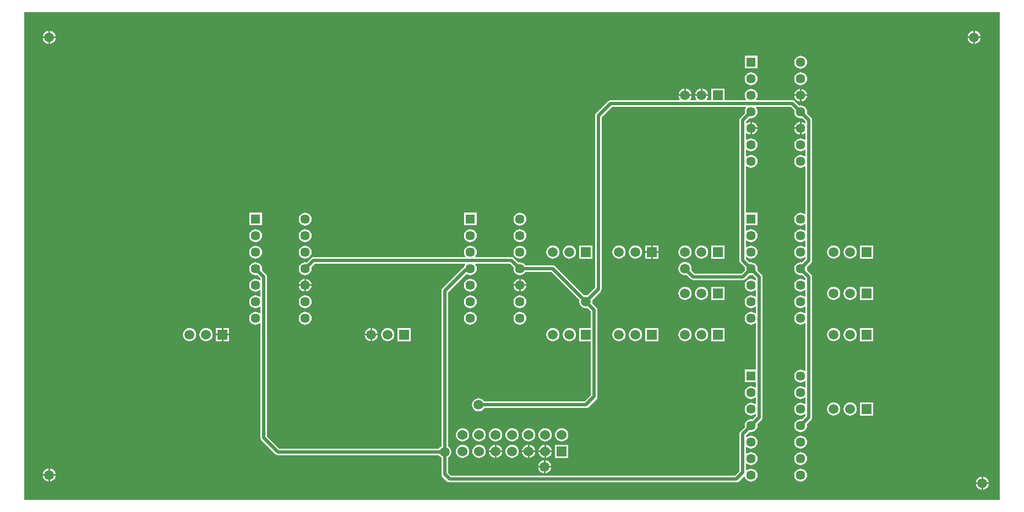
<source format=gtl>
G04*
G04 #@! TF.GenerationSoftware,Altium Limited,Altium Designer,20.0.14 (345)*
G04*
G04 Layer_Physical_Order=1*
G04 Layer_Color=255*
%FSLAX25Y25*%
%MOIN*%
G70*
G01*
G75*
%ADD21C,0.02000*%
%ADD22C,0.05937*%
%ADD23R,0.05937X0.05937*%
%ADD24R,0.05709X0.05709*%
%ADD25C,0.05709*%
%ADD26C,0.06024*%
%ADD27R,0.06024X0.06024*%
%ADD28C,0.05906*%
G36*
X590551Y0D02*
X0D01*
X-0Y295276D01*
X590551D01*
X590551Y0D01*
D02*
G37*
%LPC*%
G36*
X575500Y283921D02*
Y280500D01*
X578921D01*
X578851Y281032D01*
X578453Y281993D01*
X577819Y282819D01*
X576993Y283453D01*
X576032Y283851D01*
X575500Y283921D01*
D02*
G37*
G36*
X574500D02*
X573968Y283851D01*
X573007Y283453D01*
X572181Y282819D01*
X571547Y281993D01*
X571149Y281032D01*
X571079Y280500D01*
X574500D01*
Y283921D01*
D02*
G37*
G36*
X15500D02*
Y280500D01*
X18921D01*
X18851Y281032D01*
X18453Y281993D01*
X17819Y282819D01*
X16993Y283453D01*
X16032Y283851D01*
X15500Y283921D01*
D02*
G37*
G36*
X14500D02*
X13968Y283851D01*
X13007Y283453D01*
X12181Y282819D01*
X11547Y281993D01*
X11149Y281032D01*
X11079Y280500D01*
X14500D01*
Y283921D01*
D02*
G37*
G36*
X578921Y279500D02*
X575500D01*
Y276079D01*
X576032Y276149D01*
X576993Y276547D01*
X577819Y277181D01*
X578453Y278007D01*
X578851Y278968D01*
X578921Y279500D01*
D02*
G37*
G36*
X574500D02*
X571079D01*
X571149Y278968D01*
X571547Y278007D01*
X572181Y277181D01*
X573007Y276547D01*
X573968Y276149D01*
X574500Y276079D01*
Y279500D01*
D02*
G37*
G36*
X18921D02*
X15500D01*
Y276079D01*
X16032Y276149D01*
X16993Y276547D01*
X17819Y277181D01*
X18453Y278007D01*
X18851Y278968D01*
X18921Y279500D01*
D02*
G37*
G36*
X14500D02*
X11079D01*
X11149Y278968D01*
X11547Y278007D01*
X12181Y277181D01*
X13007Y276547D01*
X13968Y276149D01*
X14500Y276079D01*
Y279500D01*
D02*
G37*
G36*
X443854Y268854D02*
X436146D01*
Y261146D01*
X443854D01*
Y268854D01*
D02*
G37*
G36*
X470000Y268888D02*
X468994Y268755D01*
X468056Y268367D01*
X467251Y267749D01*
X466633Y266944D01*
X466245Y266006D01*
X466112Y265000D01*
X466245Y263994D01*
X466633Y263056D01*
X467251Y262251D01*
X468056Y261633D01*
X468994Y261245D01*
X470000Y261112D01*
X471006Y261245D01*
X471944Y261633D01*
X472749Y262251D01*
X473367Y263056D01*
X473755Y263994D01*
X473888Y265000D01*
X473755Y266006D01*
X473367Y266944D01*
X472749Y267749D01*
X471944Y268367D01*
X471006Y268755D01*
X470000Y268888D01*
D02*
G37*
G36*
Y258888D02*
X468994Y258755D01*
X468056Y258367D01*
X467251Y257749D01*
X466633Y256944D01*
X466245Y256006D01*
X466112Y255000D01*
X466245Y253994D01*
X466633Y253056D01*
X467251Y252251D01*
X468056Y251633D01*
X468994Y251245D01*
X470000Y251112D01*
X471006Y251245D01*
X471944Y251633D01*
X472749Y252251D01*
X473367Y253056D01*
X473755Y253994D01*
X473888Y255000D01*
X473755Y256006D01*
X473367Y256944D01*
X472749Y257749D01*
X471944Y258367D01*
X471006Y258755D01*
X470000Y258888D01*
D02*
G37*
G36*
X440000D02*
X438994Y258755D01*
X438056Y258367D01*
X437251Y257749D01*
X436633Y256944D01*
X436245Y256006D01*
X436112Y255000D01*
X436245Y253994D01*
X436633Y253056D01*
X437251Y252251D01*
X438056Y251633D01*
X438994Y251245D01*
X440000Y251112D01*
X441006Y251245D01*
X441944Y251633D01*
X442749Y252251D01*
X443367Y253056D01*
X443755Y253994D01*
X443888Y255000D01*
X443755Y256006D01*
X443367Y256944D01*
X442749Y257749D01*
X441944Y258367D01*
X441006Y258755D01*
X440000Y258888D01*
D02*
G37*
G36*
X470500Y248822D02*
Y245500D01*
X473822D01*
X473755Y246006D01*
X473367Y246944D01*
X472749Y247749D01*
X471944Y248367D01*
X471006Y248755D01*
X470500Y248822D01*
D02*
G37*
G36*
X410500Y248937D02*
Y245500D01*
X413937D01*
X413866Y246036D01*
X413467Y247001D01*
X412830Y247830D01*
X412001Y248466D01*
X411036Y248866D01*
X410500Y248937D01*
D02*
G37*
G36*
X409500D02*
X408964Y248866D01*
X407999Y248466D01*
X407170Y247830D01*
X406533Y247001D01*
X406134Y246036D01*
X406063Y245500D01*
X409500D01*
Y248937D01*
D02*
G37*
G36*
X400500D02*
Y245500D01*
X403937D01*
X403866Y246036D01*
X403467Y247001D01*
X402830Y247830D01*
X402001Y248466D01*
X401036Y248866D01*
X400500Y248937D01*
D02*
G37*
G36*
X399500D02*
X398964Y248866D01*
X397999Y248466D01*
X397170Y247830D01*
X396533Y247001D01*
X396134Y246036D01*
X396063Y245500D01*
X399500D01*
Y248937D01*
D02*
G37*
G36*
X469500Y248822D02*
X468994Y248755D01*
X468056Y248367D01*
X467251Y247749D01*
X466633Y246944D01*
X466245Y246006D01*
X466178Y245500D01*
X469500D01*
Y248822D01*
D02*
G37*
G36*
X423969Y248969D02*
X416032D01*
Y242039D01*
X413361D01*
X413114Y242539D01*
X413467Y242999D01*
X413866Y243964D01*
X413937Y244500D01*
X406063D01*
X406134Y243964D01*
X406533Y242999D01*
X406886Y242539D01*
X406639Y242039D01*
X403361D01*
X403114Y242539D01*
X403467Y242999D01*
X403866Y243964D01*
X403937Y244500D01*
X396063D01*
X396134Y243964D01*
X396533Y242999D01*
X396886Y242539D01*
X396639Y242039D01*
X355000D01*
X354220Y241884D01*
X353558Y241442D01*
X346058Y233942D01*
X345616Y233280D01*
X345461Y232500D01*
Y128345D01*
X340975Y123858D01*
X340000Y123987D01*
X339025Y123858D01*
X321442Y141442D01*
X320780Y141884D01*
X320000Y142039D01*
X303294D01*
X302749Y142749D01*
X301944Y143367D01*
X301006Y143755D01*
X300000Y143888D01*
X299113Y143771D01*
X296442Y146442D01*
X295780Y146884D01*
X295000Y147039D01*
X273217D01*
X272970Y147539D01*
X273367Y148056D01*
X273755Y148994D01*
X273888Y150000D01*
X273755Y151006D01*
X273367Y151944D01*
X272749Y152749D01*
X271944Y153367D01*
X271006Y153755D01*
X270000Y153888D01*
X268994Y153755D01*
X268056Y153367D01*
X267251Y152749D01*
X266633Y151944D01*
X266245Y151006D01*
X266112Y150000D01*
X266245Y148994D01*
X266633Y148056D01*
X267030Y147539D01*
X266783Y147039D01*
X175000D01*
X174220Y146884D01*
X173558Y146442D01*
X170887Y143771D01*
X170000Y143888D01*
X168994Y143755D01*
X168056Y143367D01*
X167251Y142749D01*
X166633Y141944D01*
X166245Y141006D01*
X166112Y140000D01*
X166245Y138994D01*
X166633Y138056D01*
X167251Y137251D01*
X168056Y136633D01*
X168994Y136245D01*
X170000Y136112D01*
X171006Y136245D01*
X171944Y136633D01*
X172749Y137251D01*
X173367Y138056D01*
X173755Y138994D01*
X173888Y140000D01*
X173771Y140887D01*
X175845Y142961D01*
X266783D01*
X267030Y142461D01*
X266633Y141944D01*
X266245Y141006D01*
X266244Y140996D01*
X265848Y140732D01*
X253011Y127895D01*
X252569Y127233D01*
X252414Y126453D01*
Y32418D01*
X251634Y31819D01*
X251035Y31039D01*
X154345D01*
X147039Y38345D01*
Y135000D01*
X146884Y135780D01*
X146442Y136442D01*
X143771Y139113D01*
X143888Y140000D01*
X143755Y141006D01*
X143367Y141944D01*
X142749Y142749D01*
X141944Y143367D01*
X141006Y143755D01*
X140000Y143888D01*
X138994Y143755D01*
X138056Y143367D01*
X137251Y142749D01*
X136633Y141944D01*
X136245Y141006D01*
X136112Y140000D01*
X136245Y138994D01*
X136633Y138056D01*
X137251Y137251D01*
X138056Y136633D01*
X138994Y136245D01*
X140000Y136112D01*
X140887Y136229D01*
X142961Y134155D01*
Y133217D01*
X142461Y132970D01*
X141944Y133367D01*
X141006Y133755D01*
X140000Y133888D01*
X138994Y133755D01*
X138056Y133367D01*
X137251Y132749D01*
X136633Y131944D01*
X136245Y131006D01*
X136112Y130000D01*
X136245Y128994D01*
X136633Y128056D01*
X137251Y127251D01*
X138056Y126633D01*
X138994Y126245D01*
X140000Y126112D01*
X141006Y126245D01*
X141944Y126633D01*
X142461Y127030D01*
X142961Y126783D01*
Y123217D01*
X142461Y122970D01*
X141944Y123367D01*
X141006Y123755D01*
X140000Y123888D01*
X138994Y123755D01*
X138056Y123367D01*
X137251Y122749D01*
X136633Y121944D01*
X136245Y121006D01*
X136112Y120000D01*
X136245Y118994D01*
X136633Y118056D01*
X137251Y117251D01*
X138056Y116633D01*
X138994Y116245D01*
X140000Y116112D01*
X141006Y116245D01*
X141944Y116633D01*
X142461Y117030D01*
X142961Y116783D01*
Y113217D01*
X142461Y112970D01*
X141944Y113367D01*
X141006Y113755D01*
X140000Y113888D01*
X138994Y113755D01*
X138056Y113367D01*
X137251Y112749D01*
X136633Y111944D01*
X136245Y111006D01*
X136112Y110000D01*
X136245Y108994D01*
X136633Y108056D01*
X137251Y107251D01*
X138056Y106633D01*
X138994Y106245D01*
X140000Y106112D01*
X141006Y106245D01*
X141944Y106633D01*
X142461Y107030D01*
X142961Y106783D01*
Y37500D01*
X143116Y36720D01*
X143558Y36058D01*
X152058Y27558D01*
X152720Y27116D01*
X153500Y26961D01*
X251035D01*
X251634Y26181D01*
X252414Y25582D01*
Y15547D01*
X252569Y14767D01*
X253011Y14105D01*
X256058Y11058D01*
X256720Y10616D01*
X257500Y10461D01*
X430965D01*
X431745Y10616D01*
X432407Y11058D01*
X435740Y14392D01*
X436214Y14231D01*
X436245Y13994D01*
X436633Y13056D01*
X437251Y12251D01*
X438056Y11633D01*
X438994Y11245D01*
X440000Y11112D01*
X441006Y11245D01*
X441944Y11633D01*
X442749Y12251D01*
X443367Y13056D01*
X443755Y13994D01*
X443888Y15000D01*
X443755Y16006D01*
X443367Y16944D01*
X442749Y17749D01*
X441944Y18367D01*
X441006Y18755D01*
X440000Y18888D01*
X438994Y18755D01*
X438056Y18367D01*
X437460Y17910D01*
X436960Y18156D01*
Y21844D01*
X437460Y22090D01*
X438056Y21633D01*
X438994Y21245D01*
X440000Y21112D01*
X441006Y21245D01*
X441944Y21633D01*
X442749Y22251D01*
X443367Y23056D01*
X443755Y23994D01*
X443888Y25000D01*
X443755Y26006D01*
X443367Y26944D01*
X442749Y27749D01*
X441944Y28367D01*
X441006Y28755D01*
X440000Y28888D01*
X438994Y28755D01*
X438056Y28367D01*
X437460Y27910D01*
X436960Y28156D01*
Y31844D01*
X437460Y32090D01*
X438056Y31633D01*
X438994Y31245D01*
X440000Y31112D01*
X441006Y31245D01*
X441944Y31633D01*
X442749Y32251D01*
X443367Y33056D01*
X443755Y33994D01*
X443888Y35000D01*
X443755Y36006D01*
X443367Y36944D01*
X442749Y37749D01*
X441944Y38367D01*
X441006Y38755D01*
X440000Y38888D01*
X438994Y38755D01*
X438056Y38367D01*
X437460Y37910D01*
X436960Y38156D01*
Y39077D01*
X439113Y41229D01*
X440000Y41112D01*
X441006Y41245D01*
X441944Y41633D01*
X442749Y42251D01*
X443367Y43056D01*
X443755Y43994D01*
X443888Y45000D01*
X443771Y45887D01*
X446442Y48558D01*
X446884Y49220D01*
X447039Y50000D01*
Y135000D01*
X446884Y135780D01*
X446442Y136442D01*
X443771Y139113D01*
X443888Y140000D01*
X443755Y141006D01*
X443367Y141944D01*
X442749Y142749D01*
X441944Y143367D01*
X441006Y143755D01*
X440000Y143888D01*
X439113Y143771D01*
X436945Y145939D01*
Y146858D01*
X437445Y147102D01*
X438056Y146633D01*
X438994Y146245D01*
X440000Y146112D01*
X441006Y146245D01*
X441944Y146633D01*
X442749Y147251D01*
X443367Y148056D01*
X443755Y148994D01*
X443888Y150000D01*
X443755Y151006D01*
X443367Y151944D01*
X442749Y152749D01*
X441944Y153367D01*
X441006Y153755D01*
X440000Y153888D01*
X438994Y153755D01*
X438056Y153367D01*
X437445Y152898D01*
X436945Y153142D01*
Y156858D01*
X437445Y157103D01*
X438056Y156633D01*
X438994Y156245D01*
X440000Y156112D01*
X441006Y156245D01*
X441944Y156633D01*
X442749Y157251D01*
X443367Y158056D01*
X443755Y158994D01*
X443888Y160000D01*
X443755Y161006D01*
X443367Y161944D01*
X442749Y162749D01*
X441944Y163367D01*
X441006Y163755D01*
X440000Y163888D01*
X438994Y163755D01*
X438056Y163367D01*
X437445Y162898D01*
X436945Y163142D01*
Y166146D01*
X443854D01*
Y173854D01*
X436945D01*
Y201858D01*
X437445Y202102D01*
X438056Y201633D01*
X438994Y201245D01*
X440000Y201112D01*
X441006Y201245D01*
X441944Y201633D01*
X442749Y202251D01*
X443367Y203056D01*
X443755Y203994D01*
X443888Y205000D01*
X443755Y206006D01*
X443367Y206944D01*
X442749Y207749D01*
X441944Y208367D01*
X441006Y208755D01*
X440000Y208888D01*
X438994Y208755D01*
X438056Y208367D01*
X437445Y207897D01*
X436945Y208142D01*
Y211858D01*
X437445Y212103D01*
X438056Y211633D01*
X438994Y211245D01*
X440000Y211112D01*
X441006Y211245D01*
X441944Y211633D01*
X442749Y212251D01*
X443367Y213056D01*
X443755Y213994D01*
X443888Y215000D01*
X443755Y216006D01*
X443367Y216944D01*
X442749Y217749D01*
X441944Y218367D01*
X441006Y218755D01*
X440000Y218888D01*
X438994Y218755D01*
X438056Y218367D01*
X437445Y217898D01*
X436945Y218142D01*
Y221858D01*
X437445Y222102D01*
X438056Y221633D01*
X438994Y221245D01*
X439500Y221178D01*
Y225000D01*
Y228822D01*
X438994Y228755D01*
X438056Y228367D01*
X437445Y227898D01*
X436945Y228142D01*
Y229061D01*
X439113Y231229D01*
X440000Y231112D01*
X441006Y231245D01*
X441944Y231633D01*
X442749Y232251D01*
X443367Y233056D01*
X443755Y233994D01*
X443888Y235000D01*
X443755Y236006D01*
X443367Y236944D01*
X442970Y237461D01*
X443217Y237961D01*
X464155D01*
X466229Y235887D01*
X466112Y235000D01*
X466245Y233994D01*
X466633Y233056D01*
X467251Y232251D01*
X468056Y231633D01*
X468994Y231245D01*
X470000Y231112D01*
X470887Y231229D01*
X472961Y229155D01*
Y228217D01*
X472461Y227970D01*
X471944Y228367D01*
X471006Y228755D01*
X470500Y228822D01*
Y225000D01*
Y221178D01*
X471006Y221245D01*
X471944Y221633D01*
X472461Y222030D01*
X472961Y221783D01*
Y218217D01*
X472461Y217970D01*
X471944Y218367D01*
X471006Y218755D01*
X470000Y218888D01*
X468994Y218755D01*
X468056Y218367D01*
X467251Y217749D01*
X466633Y216944D01*
X466245Y216006D01*
X466112Y215000D01*
X466245Y213994D01*
X466633Y213056D01*
X467251Y212251D01*
X468056Y211633D01*
X468994Y211245D01*
X470000Y211112D01*
X471006Y211245D01*
X471944Y211633D01*
X472461Y212030D01*
X472961Y211783D01*
Y208217D01*
X472461Y207970D01*
X471944Y208367D01*
X471006Y208755D01*
X470000Y208888D01*
X468994Y208755D01*
X468056Y208367D01*
X467251Y207749D01*
X466633Y206944D01*
X466245Y206006D01*
X466112Y205000D01*
X466245Y203994D01*
X466633Y203056D01*
X467251Y202251D01*
X468056Y201633D01*
X468994Y201245D01*
X470000Y201112D01*
X471006Y201245D01*
X471944Y201633D01*
X472461Y202030D01*
X472961Y201783D01*
Y173217D01*
X472461Y172970D01*
X471944Y173367D01*
X471006Y173755D01*
X470000Y173888D01*
X468994Y173755D01*
X468056Y173367D01*
X467251Y172749D01*
X466633Y171944D01*
X466245Y171006D01*
X466112Y170000D01*
X466245Y168994D01*
X466633Y168056D01*
X467251Y167251D01*
X468056Y166633D01*
X468994Y166245D01*
X470000Y166112D01*
X471006Y166245D01*
X471944Y166633D01*
X472461Y167030D01*
X472961Y166783D01*
Y163217D01*
X472461Y162970D01*
X471944Y163367D01*
X471006Y163755D01*
X470000Y163888D01*
X468994Y163755D01*
X468056Y163367D01*
X467251Y162749D01*
X466633Y161944D01*
X466245Y161006D01*
X466112Y160000D01*
X466245Y158994D01*
X466633Y158056D01*
X467251Y157251D01*
X468056Y156633D01*
X468994Y156245D01*
X470000Y156112D01*
X471006Y156245D01*
X471944Y156633D01*
X472461Y157030D01*
X472961Y156783D01*
Y153217D01*
X472461Y152970D01*
X471944Y153367D01*
X471006Y153755D01*
X470000Y153888D01*
X468994Y153755D01*
X468056Y153367D01*
X467251Y152749D01*
X466633Y151944D01*
X466245Y151006D01*
X466112Y150000D01*
X466245Y148994D01*
X466633Y148056D01*
X467251Y147251D01*
X468056Y146633D01*
X468994Y146245D01*
X470000Y146112D01*
X471006Y146245D01*
X471944Y146633D01*
X472461Y147030D01*
X472961Y146783D01*
Y145845D01*
X470887Y143771D01*
X470000Y143888D01*
X468994Y143755D01*
X468056Y143367D01*
X467251Y142749D01*
X466633Y141944D01*
X466245Y141006D01*
X466112Y140000D01*
X466245Y138994D01*
X466633Y138056D01*
X467251Y137251D01*
X468056Y136633D01*
X468994Y136245D01*
X470000Y136112D01*
X470887Y136229D01*
X472961Y134155D01*
Y133217D01*
X472461Y132970D01*
X471944Y133367D01*
X471006Y133755D01*
X470000Y133888D01*
X468994Y133755D01*
X468056Y133367D01*
X467251Y132749D01*
X466633Y131944D01*
X466245Y131006D01*
X466112Y130000D01*
X466245Y128994D01*
X466633Y128056D01*
X467251Y127251D01*
X468056Y126633D01*
X468994Y126245D01*
X470000Y126112D01*
X471006Y126245D01*
X471944Y126633D01*
X472461Y127030D01*
X472961Y126783D01*
Y123217D01*
X472461Y122970D01*
X471944Y123367D01*
X471006Y123755D01*
X470000Y123888D01*
X468994Y123755D01*
X468056Y123367D01*
X467251Y122749D01*
X466633Y121944D01*
X466245Y121006D01*
X466112Y120000D01*
X466245Y118994D01*
X466633Y118056D01*
X467251Y117251D01*
X468056Y116633D01*
X468994Y116245D01*
X470000Y116112D01*
X471006Y116245D01*
X471944Y116633D01*
X472461Y117030D01*
X472961Y116783D01*
Y113217D01*
X472461Y112970D01*
X471944Y113367D01*
X471006Y113755D01*
X470000Y113888D01*
X468994Y113755D01*
X468056Y113367D01*
X467251Y112749D01*
X466633Y111944D01*
X466245Y111006D01*
X466112Y110000D01*
X466245Y108994D01*
X466633Y108056D01*
X467251Y107251D01*
X468056Y106633D01*
X468994Y106245D01*
X470000Y106112D01*
X471006Y106245D01*
X471944Y106633D01*
X472461Y107030D01*
X472961Y106783D01*
Y78217D01*
X472461Y77970D01*
X471944Y78367D01*
X471006Y78755D01*
X470000Y78888D01*
X468994Y78755D01*
X468056Y78367D01*
X467251Y77749D01*
X466633Y76944D01*
X466245Y76006D01*
X466112Y75000D01*
X466245Y73994D01*
X466633Y73056D01*
X467251Y72251D01*
X468056Y71633D01*
X468994Y71245D01*
X470000Y71112D01*
X471006Y71245D01*
X471944Y71633D01*
X472461Y72030D01*
X472961Y71783D01*
Y68217D01*
X472461Y67970D01*
X471944Y68367D01*
X471006Y68755D01*
X470000Y68888D01*
X468994Y68755D01*
X468056Y68367D01*
X467251Y67749D01*
X466633Y66944D01*
X466245Y66006D01*
X466112Y65000D01*
X466245Y63994D01*
X466633Y63056D01*
X467251Y62251D01*
X468056Y61633D01*
X468994Y61245D01*
X470000Y61112D01*
X471006Y61245D01*
X471944Y61633D01*
X472461Y62030D01*
X472961Y61783D01*
Y58217D01*
X472461Y57970D01*
X471944Y58367D01*
X471006Y58755D01*
X470000Y58888D01*
X468994Y58755D01*
X468056Y58367D01*
X467251Y57749D01*
X466633Y56944D01*
X466245Y56006D01*
X466112Y55000D01*
X466245Y53994D01*
X466633Y53056D01*
X467251Y52251D01*
X468056Y51633D01*
X468994Y51245D01*
X470000Y51112D01*
X471006Y51245D01*
X471944Y51633D01*
X472461Y52030D01*
X472961Y51783D01*
Y50845D01*
X470887Y48771D01*
X470000Y48888D01*
X468994Y48755D01*
X468056Y48367D01*
X467251Y47749D01*
X466633Y46944D01*
X466245Y46006D01*
X466112Y45000D01*
X466245Y43994D01*
X466633Y43056D01*
X467251Y42251D01*
X468056Y41633D01*
X468994Y41245D01*
X470000Y41112D01*
X471006Y41245D01*
X471944Y41633D01*
X472749Y42251D01*
X473367Y43056D01*
X473755Y43994D01*
X473888Y45000D01*
X473771Y45887D01*
X476442Y48558D01*
X476884Y49220D01*
X477039Y50000D01*
Y135000D01*
X476884Y135780D01*
X476442Y136442D01*
X473771Y139113D01*
X473888Y140000D01*
X473771Y140887D01*
X476442Y143558D01*
X476884Y144220D01*
X477039Y145000D01*
Y230000D01*
X476884Y230780D01*
X476442Y231442D01*
X473771Y234113D01*
X473888Y235000D01*
X473755Y236006D01*
X473367Y236944D01*
X472749Y237749D01*
X471944Y238367D01*
X471006Y238755D01*
X470000Y238888D01*
X469113Y238771D01*
X466442Y241442D01*
X465780Y241884D01*
X465000Y242039D01*
X443217D01*
X442970Y242539D01*
X443367Y243056D01*
X443755Y243994D01*
X443888Y245000D01*
X443755Y246006D01*
X443367Y246944D01*
X442749Y247749D01*
X441944Y248367D01*
X441006Y248755D01*
X440000Y248888D01*
X438994Y248755D01*
X438056Y248367D01*
X437251Y247749D01*
X436633Y246944D01*
X436245Y246006D01*
X436112Y245000D01*
X436245Y243994D01*
X436633Y243056D01*
X437030Y242539D01*
X436783Y242039D01*
X423969D01*
Y248969D01*
D02*
G37*
G36*
X473822Y244500D02*
X470500D01*
Y241178D01*
X471006Y241245D01*
X471944Y241633D01*
X472749Y242251D01*
X473367Y243056D01*
X473755Y243994D01*
X473822Y244500D01*
D02*
G37*
G36*
X469500D02*
X466178D01*
X466245Y243994D01*
X466633Y243056D01*
X467251Y242251D01*
X468056Y241633D01*
X468994Y241245D01*
X469500Y241178D01*
Y244500D01*
D02*
G37*
G36*
X440500Y228822D02*
Y225500D01*
X443822D01*
X443755Y226006D01*
X443367Y226944D01*
X442749Y227749D01*
X441944Y228367D01*
X441006Y228755D01*
X440500Y228822D01*
D02*
G37*
G36*
X469500D02*
X468994Y228755D01*
X468056Y228367D01*
X467251Y227749D01*
X466633Y226944D01*
X466245Y226006D01*
X466178Y225500D01*
X469500D01*
Y228822D01*
D02*
G37*
G36*
X443822Y224500D02*
X440500D01*
Y221178D01*
X441006Y221245D01*
X441944Y221633D01*
X442749Y222251D01*
X443367Y223056D01*
X443755Y223994D01*
X443822Y224500D01*
D02*
G37*
G36*
X469500D02*
X466178D01*
X466245Y223994D01*
X466633Y223056D01*
X467251Y222251D01*
X468056Y221633D01*
X468994Y221245D01*
X469500Y221178D01*
Y224500D01*
D02*
G37*
G36*
X273854Y173854D02*
X266146D01*
Y166146D01*
X273854D01*
Y173854D01*
D02*
G37*
G36*
X143854D02*
X136146D01*
Y166146D01*
X143854D01*
Y173854D01*
D02*
G37*
G36*
X300000Y173888D02*
X298994Y173755D01*
X298056Y173367D01*
X297251Y172749D01*
X296633Y171944D01*
X296245Y171006D01*
X296112Y170000D01*
X296245Y168994D01*
X296633Y168056D01*
X297251Y167251D01*
X298056Y166633D01*
X298994Y166245D01*
X300000Y166112D01*
X301006Y166245D01*
X301944Y166633D01*
X302749Y167251D01*
X303367Y168056D01*
X303755Y168994D01*
X303888Y170000D01*
X303755Y171006D01*
X303367Y171944D01*
X302749Y172749D01*
X301944Y173367D01*
X301006Y173755D01*
X300000Y173888D01*
D02*
G37*
G36*
X170000D02*
X168994Y173755D01*
X168056Y173367D01*
X167251Y172749D01*
X166633Y171944D01*
X166245Y171006D01*
X166112Y170000D01*
X166245Y168994D01*
X166633Y168056D01*
X167251Y167251D01*
X168056Y166633D01*
X168994Y166245D01*
X170000Y166112D01*
X171006Y166245D01*
X171944Y166633D01*
X172749Y167251D01*
X173367Y168056D01*
X173755Y168994D01*
X173888Y170000D01*
X173755Y171006D01*
X173367Y171944D01*
X172749Y172749D01*
X171944Y173367D01*
X171006Y173755D01*
X170000Y173888D01*
D02*
G37*
G36*
X300000Y163888D02*
X298994Y163755D01*
X298056Y163367D01*
X297251Y162749D01*
X296633Y161944D01*
X296245Y161006D01*
X296112Y160000D01*
X296245Y158994D01*
X296633Y158056D01*
X297251Y157251D01*
X298056Y156633D01*
X298994Y156245D01*
X300000Y156112D01*
X301006Y156245D01*
X301944Y156633D01*
X302749Y157251D01*
X303367Y158056D01*
X303755Y158994D01*
X303888Y160000D01*
X303755Y161006D01*
X303367Y161944D01*
X302749Y162749D01*
X301944Y163367D01*
X301006Y163755D01*
X300000Y163888D01*
D02*
G37*
G36*
X270000D02*
X268994Y163755D01*
X268056Y163367D01*
X267251Y162749D01*
X266633Y161944D01*
X266245Y161006D01*
X266112Y160000D01*
X266245Y158994D01*
X266633Y158056D01*
X267251Y157251D01*
X268056Y156633D01*
X268994Y156245D01*
X270000Y156112D01*
X271006Y156245D01*
X271944Y156633D01*
X272749Y157251D01*
X273367Y158056D01*
X273755Y158994D01*
X273888Y160000D01*
X273755Y161006D01*
X273367Y161944D01*
X272749Y162749D01*
X271944Y163367D01*
X271006Y163755D01*
X270000Y163888D01*
D02*
G37*
G36*
X170000D02*
X168994Y163755D01*
X168056Y163367D01*
X167251Y162749D01*
X166633Y161944D01*
X166245Y161006D01*
X166112Y160000D01*
X166245Y158994D01*
X166633Y158056D01*
X167251Y157251D01*
X168056Y156633D01*
X168994Y156245D01*
X170000Y156112D01*
X171006Y156245D01*
X171944Y156633D01*
X172749Y157251D01*
X173367Y158056D01*
X173755Y158994D01*
X173888Y160000D01*
X173755Y161006D01*
X173367Y161944D01*
X172749Y162749D01*
X171944Y163367D01*
X171006Y163755D01*
X170000Y163888D01*
D02*
G37*
G36*
X140000D02*
X138994Y163755D01*
X138056Y163367D01*
X137251Y162749D01*
X136633Y161944D01*
X136245Y161006D01*
X136112Y160000D01*
X136245Y158994D01*
X136633Y158056D01*
X137251Y157251D01*
X138056Y156633D01*
X138994Y156245D01*
X140000Y156112D01*
X141006Y156245D01*
X141944Y156633D01*
X142749Y157251D01*
X143367Y158056D01*
X143755Y158994D01*
X143888Y160000D01*
X143755Y161006D01*
X143367Y161944D01*
X142749Y162749D01*
X141944Y163367D01*
X141006Y163755D01*
X140000Y163888D01*
D02*
G37*
G36*
X300000Y153888D02*
X298994Y153755D01*
X298056Y153367D01*
X297251Y152749D01*
X296633Y151944D01*
X296245Y151006D01*
X296112Y150000D01*
X296245Y148994D01*
X296633Y148056D01*
X297251Y147251D01*
X298056Y146633D01*
X298994Y146245D01*
X300000Y146112D01*
X301006Y146245D01*
X301944Y146633D01*
X302749Y147251D01*
X303367Y148056D01*
X303755Y148994D01*
X303888Y150000D01*
X303755Y151006D01*
X303367Y151944D01*
X302749Y152749D01*
X301944Y153367D01*
X301006Y153755D01*
X300000Y153888D01*
D02*
G37*
G36*
X170000D02*
X168994Y153755D01*
X168056Y153367D01*
X167251Y152749D01*
X166633Y151944D01*
X166245Y151006D01*
X166112Y150000D01*
X166245Y148994D01*
X166633Y148056D01*
X167251Y147251D01*
X168056Y146633D01*
X168994Y146245D01*
X170000Y146112D01*
X171006Y146245D01*
X171944Y146633D01*
X172749Y147251D01*
X173367Y148056D01*
X173755Y148994D01*
X173888Y150000D01*
X173755Y151006D01*
X173367Y151944D01*
X172749Y152749D01*
X171944Y153367D01*
X171006Y153755D01*
X170000Y153888D01*
D02*
G37*
G36*
X140000D02*
X138994Y153755D01*
X138056Y153367D01*
X137251Y152749D01*
X136633Y151944D01*
X136245Y151006D01*
X136112Y150000D01*
X136245Y148994D01*
X136633Y148056D01*
X137251Y147251D01*
X138056Y146633D01*
X138994Y146245D01*
X140000Y146112D01*
X141006Y146245D01*
X141944Y146633D01*
X142749Y147251D01*
X143367Y148056D01*
X143755Y148994D01*
X143888Y150000D01*
X143755Y151006D01*
X143367Y151944D01*
X142749Y152749D01*
X141944Y153367D01*
X141006Y153755D01*
X140000Y153888D01*
D02*
G37*
G36*
X513969Y153969D02*
X506032D01*
Y146031D01*
X513969D01*
Y153969D01*
D02*
G37*
G36*
X343969D02*
X336032D01*
Y146031D01*
X343969D01*
Y153969D01*
D02*
G37*
G36*
X500000Y154003D02*
X498964Y153866D01*
X497999Y153466D01*
X497170Y152830D01*
X496533Y152001D01*
X496134Y151036D01*
X495997Y150000D01*
X496134Y148964D01*
X496533Y147999D01*
X497170Y147170D01*
X497999Y146534D01*
X498964Y146134D01*
X500000Y145997D01*
X501036Y146134D01*
X502001Y146534D01*
X502830Y147170D01*
X503467Y147999D01*
X503866Y148964D01*
X504003Y150000D01*
X503866Y151036D01*
X503467Y152001D01*
X502830Y152830D01*
X502001Y153466D01*
X501036Y153866D01*
X500000Y154003D01*
D02*
G37*
G36*
X490000D02*
X488964Y153866D01*
X487999Y153466D01*
X487170Y152830D01*
X486533Y152001D01*
X486134Y151036D01*
X485997Y150000D01*
X486134Y148964D01*
X486533Y147999D01*
X487170Y147170D01*
X487999Y146534D01*
X488964Y146134D01*
X490000Y145997D01*
X491036Y146134D01*
X492001Y146534D01*
X492830Y147170D01*
X493467Y147999D01*
X493866Y148964D01*
X494003Y150000D01*
X493866Y151036D01*
X493467Y152001D01*
X492830Y152830D01*
X492001Y153466D01*
X491036Y153866D01*
X490000Y154003D01*
D02*
G37*
G36*
X330000D02*
X328964Y153866D01*
X327999Y153466D01*
X327170Y152830D01*
X326534Y152001D01*
X326134Y151036D01*
X325997Y150000D01*
X326134Y148964D01*
X326534Y147999D01*
X327170Y147170D01*
X327999Y146534D01*
X328964Y146134D01*
X330000Y145997D01*
X331036Y146134D01*
X332001Y146534D01*
X332830Y147170D01*
X333467Y147999D01*
X333866Y148964D01*
X334003Y150000D01*
X333866Y151036D01*
X333467Y152001D01*
X332830Y152830D01*
X332001Y153466D01*
X331036Y153866D01*
X330000Y154003D01*
D02*
G37*
G36*
X320000D02*
X318964Y153866D01*
X317999Y153466D01*
X317170Y152830D01*
X316533Y152001D01*
X316134Y151036D01*
X315997Y150000D01*
X316134Y148964D01*
X316533Y147999D01*
X317170Y147170D01*
X317999Y146534D01*
X318964Y146134D01*
X320000Y145997D01*
X321036Y146134D01*
X322001Y146534D01*
X322830Y147170D01*
X323466Y147999D01*
X323866Y148964D01*
X324003Y150000D01*
X323866Y151036D01*
X323466Y152001D01*
X322830Y152830D01*
X322001Y153466D01*
X321036Y153866D01*
X320000Y154003D01*
D02*
G37*
G36*
X170500Y133822D02*
Y130500D01*
X173822D01*
X173755Y131006D01*
X173367Y131944D01*
X172749Y132749D01*
X171944Y133367D01*
X171006Y133755D01*
X170500Y133822D01*
D02*
G37*
G36*
X169500D02*
X168994Y133755D01*
X168056Y133367D01*
X167251Y132749D01*
X166633Y131944D01*
X166245Y131006D01*
X166178Y130500D01*
X169500D01*
Y133822D01*
D02*
G37*
G36*
X173822Y129500D02*
X170500D01*
Y126178D01*
X171006Y126245D01*
X171944Y126633D01*
X172749Y127251D01*
X173367Y128056D01*
X173755Y128994D01*
X173822Y129500D01*
D02*
G37*
G36*
X169500D02*
X166178D01*
X166245Y128994D01*
X166633Y128056D01*
X167251Y127251D01*
X168056Y126633D01*
X168994Y126245D01*
X169500Y126178D01*
Y129500D01*
D02*
G37*
G36*
X513969Y128969D02*
X506032D01*
Y121031D01*
X513969D01*
Y128969D01*
D02*
G37*
G36*
X500000Y129003D02*
X498964Y128866D01*
X497999Y128466D01*
X497170Y127830D01*
X496533Y127001D01*
X496134Y126036D01*
X495997Y125000D01*
X496134Y123964D01*
X496533Y122999D01*
X497170Y122170D01*
X497999Y121534D01*
X498964Y121134D01*
X500000Y120997D01*
X501036Y121134D01*
X502001Y121534D01*
X502830Y122170D01*
X503467Y122999D01*
X503866Y123964D01*
X504003Y125000D01*
X503866Y126036D01*
X503467Y127001D01*
X502830Y127830D01*
X502001Y128466D01*
X501036Y128866D01*
X500000Y129003D01*
D02*
G37*
G36*
X490000D02*
X488964Y128866D01*
X487999Y128466D01*
X487170Y127830D01*
X486533Y127001D01*
X486134Y126036D01*
X485997Y125000D01*
X486134Y123964D01*
X486533Y122999D01*
X487170Y122170D01*
X487999Y121534D01*
X488964Y121134D01*
X490000Y120997D01*
X491036Y121134D01*
X492001Y121534D01*
X492830Y122170D01*
X493467Y122999D01*
X493866Y123964D01*
X494003Y125000D01*
X493866Y126036D01*
X493467Y127001D01*
X492830Y127830D01*
X492001Y128466D01*
X491036Y128866D01*
X490000Y129003D01*
D02*
G37*
G36*
X170000Y123888D02*
X168994Y123755D01*
X168056Y123367D01*
X167251Y122749D01*
X166633Y121944D01*
X166245Y121006D01*
X166112Y120000D01*
X166245Y118994D01*
X166633Y118056D01*
X167251Y117251D01*
X168056Y116633D01*
X168994Y116245D01*
X170000Y116112D01*
X171006Y116245D01*
X171944Y116633D01*
X172749Y117251D01*
X173367Y118056D01*
X173755Y118994D01*
X173888Y120000D01*
X173755Y121006D01*
X173367Y121944D01*
X172749Y122749D01*
X171944Y123367D01*
X171006Y123755D01*
X170000Y123888D01*
D02*
G37*
G36*
Y113888D02*
X168994Y113755D01*
X168056Y113367D01*
X167251Y112749D01*
X166633Y111944D01*
X166245Y111006D01*
X166112Y110000D01*
X166245Y108994D01*
X166633Y108056D01*
X167251Y107251D01*
X168056Y106633D01*
X168994Y106245D01*
X170000Y106112D01*
X171006Y106245D01*
X171944Y106633D01*
X172749Y107251D01*
X173367Y108056D01*
X173755Y108994D01*
X173888Y110000D01*
X173755Y111006D01*
X173367Y111944D01*
X172749Y112749D01*
X171944Y113367D01*
X171006Y113755D01*
X170000Y113888D01*
D02*
G37*
G36*
X210500Y103937D02*
Y100500D01*
X213937D01*
X213866Y101036D01*
X213467Y102001D01*
X212830Y102830D01*
X212001Y103466D01*
X211036Y103866D01*
X210500Y103937D01*
D02*
G37*
G36*
X209500D02*
X208964Y103866D01*
X207999Y103466D01*
X207170Y102830D01*
X206534Y102001D01*
X206134Y101036D01*
X206063Y100500D01*
X209500D01*
Y103937D01*
D02*
G37*
G36*
X123969Y103969D02*
X120500D01*
Y100500D01*
X123969D01*
Y103969D01*
D02*
G37*
G36*
X119500D02*
X116032D01*
Y100500D01*
X119500D01*
Y103969D01*
D02*
G37*
G36*
X213937Y99500D02*
X210500D01*
Y96063D01*
X211036Y96134D01*
X212001Y96534D01*
X212830Y97170D01*
X213467Y97999D01*
X213866Y98964D01*
X213937Y99500D01*
D02*
G37*
G36*
X209500D02*
X206063D01*
X206134Y98964D01*
X206534Y97999D01*
X207170Y97170D01*
X207999Y96534D01*
X208964Y96134D01*
X209500Y96063D01*
Y99500D01*
D02*
G37*
G36*
X513969Y103969D02*
X506032D01*
Y96031D01*
X513969D01*
Y103969D01*
D02*
G37*
G36*
X233968D02*
X226031D01*
Y96031D01*
X233968D01*
Y103969D01*
D02*
G37*
G36*
X123969Y99500D02*
X120500D01*
Y96031D01*
X123969D01*
Y99500D01*
D02*
G37*
G36*
X119500D02*
X116032D01*
Y96031D01*
X119500D01*
Y99500D01*
D02*
G37*
G36*
X500000Y104003D02*
X498964Y103866D01*
X497999Y103466D01*
X497170Y102830D01*
X496533Y102001D01*
X496134Y101036D01*
X495997Y100000D01*
X496134Y98964D01*
X496533Y97999D01*
X497170Y97170D01*
X497999Y96534D01*
X498964Y96134D01*
X500000Y95997D01*
X501036Y96134D01*
X502001Y96534D01*
X502830Y97170D01*
X503467Y97999D01*
X503866Y98964D01*
X504003Y100000D01*
X503866Y101036D01*
X503467Y102001D01*
X502830Y102830D01*
X502001Y103466D01*
X501036Y103866D01*
X500000Y104003D01*
D02*
G37*
G36*
X490000D02*
X488964Y103866D01*
X487999Y103466D01*
X487170Y102830D01*
X486533Y102001D01*
X486134Y101036D01*
X485997Y100000D01*
X486134Y98964D01*
X486533Y97999D01*
X487170Y97170D01*
X487999Y96534D01*
X488964Y96134D01*
X490000Y95997D01*
X491036Y96134D01*
X492001Y96534D01*
X492830Y97170D01*
X493467Y97999D01*
X493866Y98964D01*
X494003Y100000D01*
X493866Y101036D01*
X493467Y102001D01*
X492830Y102830D01*
X492001Y103466D01*
X491036Y103866D01*
X490000Y104003D01*
D02*
G37*
G36*
X220000D02*
X218964Y103866D01*
X217999Y103466D01*
X217170Y102830D01*
X216533Y102001D01*
X216134Y101036D01*
X215997Y100000D01*
X216134Y98964D01*
X216533Y97999D01*
X217170Y97170D01*
X217999Y96534D01*
X218964Y96134D01*
X220000Y95997D01*
X221036Y96134D01*
X222001Y96534D01*
X222830Y97170D01*
X223466Y97999D01*
X223866Y98964D01*
X224003Y100000D01*
X223866Y101036D01*
X223466Y102001D01*
X222830Y102830D01*
X222001Y103466D01*
X221036Y103866D01*
X220000Y104003D01*
D02*
G37*
G36*
X110000D02*
X108964Y103866D01*
X107999Y103466D01*
X107170Y102830D01*
X106534Y102001D01*
X106134Y101036D01*
X105997Y100000D01*
X106134Y98964D01*
X106534Y97999D01*
X107170Y97170D01*
X107999Y96534D01*
X108964Y96134D01*
X110000Y95997D01*
X111036Y96134D01*
X112001Y96534D01*
X112830Y97170D01*
X113467Y97999D01*
X113866Y98964D01*
X114003Y100000D01*
X113866Y101036D01*
X113467Y102001D01*
X112830Y102830D01*
X112001Y103466D01*
X111036Y103866D01*
X110000Y104003D01*
D02*
G37*
G36*
X100000D02*
X98964Y103866D01*
X97999Y103466D01*
X97170Y102830D01*
X96534Y102001D01*
X96134Y101036D01*
X95997Y100000D01*
X96134Y98964D01*
X96534Y97999D01*
X97170Y97170D01*
X97999Y96534D01*
X98964Y96134D01*
X100000Y95997D01*
X101036Y96134D01*
X102001Y96534D01*
X102830Y97170D01*
X103466Y97999D01*
X103866Y98964D01*
X104003Y100000D01*
X103866Y101036D01*
X103466Y102001D01*
X102830Y102830D01*
X102001Y103466D01*
X101036Y103866D01*
X100000Y104003D01*
D02*
G37*
G36*
X513969Y58969D02*
X506032D01*
Y51032D01*
X513969D01*
Y58969D01*
D02*
G37*
G36*
X500000Y59003D02*
X498964Y58866D01*
X497999Y58467D01*
X497170Y57830D01*
X496533Y57001D01*
X496134Y56036D01*
X495997Y55000D01*
X496134Y53964D01*
X496533Y52999D01*
X497170Y52170D01*
X497999Y51534D01*
X498964Y51134D01*
X500000Y50997D01*
X501036Y51134D01*
X502001Y51534D01*
X502830Y52170D01*
X503467Y52999D01*
X503866Y53964D01*
X504003Y55000D01*
X503866Y56036D01*
X503467Y57001D01*
X502830Y57830D01*
X502001Y58467D01*
X501036Y58866D01*
X500000Y59003D01*
D02*
G37*
G36*
X490000D02*
X488964Y58866D01*
X487999Y58467D01*
X487170Y57830D01*
X486533Y57001D01*
X486134Y56036D01*
X485997Y55000D01*
X486134Y53964D01*
X486533Y52999D01*
X487170Y52170D01*
X487999Y51534D01*
X488964Y51134D01*
X490000Y50997D01*
X491036Y51134D01*
X492001Y51534D01*
X492830Y52170D01*
X493467Y52999D01*
X493866Y53964D01*
X494003Y55000D01*
X493866Y56036D01*
X493467Y57001D01*
X492830Y57830D01*
X492001Y58467D01*
X491036Y58866D01*
X490000Y59003D01*
D02*
G37*
G36*
X470000Y38888D02*
X468994Y38755D01*
X468056Y38367D01*
X467251Y37749D01*
X466633Y36944D01*
X466245Y36006D01*
X466112Y35000D01*
X466245Y33994D01*
X466633Y33056D01*
X467251Y32251D01*
X468056Y31633D01*
X468994Y31245D01*
X470000Y31112D01*
X471006Y31245D01*
X471944Y31633D01*
X472749Y32251D01*
X473367Y33056D01*
X473755Y33994D01*
X473888Y35000D01*
X473755Y36006D01*
X473367Y36944D01*
X472749Y37749D01*
X471944Y38367D01*
X471006Y38755D01*
X470000Y38888D01*
D02*
G37*
G36*
Y28888D02*
X468994Y28755D01*
X468056Y28367D01*
X467251Y27749D01*
X466633Y26944D01*
X466245Y26006D01*
X466112Y25000D01*
X466245Y23994D01*
X466633Y23056D01*
X467251Y22251D01*
X468056Y21633D01*
X468994Y21245D01*
X470000Y21112D01*
X471006Y21245D01*
X471944Y21633D01*
X472749Y22251D01*
X473367Y23056D01*
X473755Y23994D01*
X473888Y25000D01*
X473755Y26006D01*
X473367Y26944D01*
X472749Y27749D01*
X471944Y28367D01*
X471006Y28755D01*
X470000Y28888D01*
D02*
G37*
G36*
X15500Y18921D02*
Y15500D01*
X18921D01*
X18851Y16032D01*
X18453Y16993D01*
X17819Y17819D01*
X16993Y18453D01*
X16032Y18851D01*
X15500Y18921D01*
D02*
G37*
G36*
X14500D02*
X13968Y18851D01*
X13007Y18453D01*
X12181Y17819D01*
X11547Y16993D01*
X11149Y16032D01*
X11079Y15500D01*
X14500D01*
Y18921D01*
D02*
G37*
G36*
X470000Y18888D02*
X468994Y18755D01*
X468056Y18367D01*
X467251Y17749D01*
X466633Y16944D01*
X466245Y16006D01*
X466112Y15000D01*
X466245Y13994D01*
X466633Y13056D01*
X467251Y12251D01*
X468056Y11633D01*
X468994Y11245D01*
X470000Y11112D01*
X471006Y11245D01*
X471944Y11633D01*
X472749Y12251D01*
X473367Y13056D01*
X473755Y13994D01*
X473888Y15000D01*
X473755Y16006D01*
X473367Y16944D01*
X472749Y17749D01*
X471944Y18367D01*
X471006Y18755D01*
X470000Y18888D01*
D02*
G37*
G36*
X18921Y14500D02*
X15500D01*
Y11079D01*
X16032Y11149D01*
X16993Y11547D01*
X17819Y12181D01*
X18453Y13007D01*
X18851Y13968D01*
X18921Y14500D01*
D02*
G37*
G36*
X14500D02*
X11079D01*
X11149Y13968D01*
X11547Y13007D01*
X12181Y12181D01*
X13007Y11547D01*
X13968Y11149D01*
X14500Y11079D01*
Y14500D01*
D02*
G37*
G36*
X580500Y13921D02*
Y10500D01*
X583921D01*
X583851Y11032D01*
X583453Y11993D01*
X582819Y12819D01*
X581993Y13453D01*
X581032Y13851D01*
X580500Y13921D01*
D02*
G37*
G36*
X579500D02*
X578968Y13851D01*
X578007Y13453D01*
X577181Y12819D01*
X576547Y11993D01*
X576149Y11032D01*
X576079Y10500D01*
X579500D01*
Y13921D01*
D02*
G37*
G36*
X583921Y9500D02*
X580500D01*
Y6079D01*
X581032Y6149D01*
X581993Y6547D01*
X582819Y7181D01*
X583453Y8007D01*
X583851Y8968D01*
X583921Y9500D01*
D02*
G37*
G36*
X579500D02*
X576079D01*
X576149Y8968D01*
X576547Y8007D01*
X577181Y7181D01*
X578007Y6547D01*
X578968Y6149D01*
X579500Y6079D01*
Y9500D01*
D02*
G37*
%LPD*%
G36*
X437030Y237461D02*
X436633Y236944D01*
X436245Y236006D01*
X436112Y235000D01*
X436229Y234113D01*
X433464Y231347D01*
X433022Y230686D01*
X432866Y229906D01*
Y145095D01*
X433022Y144314D01*
X433464Y143653D01*
X436229Y140887D01*
X436112Y140000D01*
X436229Y139113D01*
X434155Y137039D01*
X405845D01*
X403859Y139025D01*
X403987Y140000D01*
X403851Y141032D01*
X403453Y141993D01*
X402819Y142819D01*
X401993Y143453D01*
X401032Y143851D01*
X400000Y143987D01*
X398968Y143851D01*
X398007Y143453D01*
X397181Y142819D01*
X396547Y141993D01*
X396149Y141032D01*
X396013Y140000D01*
X396149Y138968D01*
X396547Y138007D01*
X397181Y137181D01*
X398007Y136547D01*
X398968Y136149D01*
X400000Y136013D01*
X400975Y136142D01*
X403558Y133558D01*
X404220Y133116D01*
X405000Y132961D01*
X435000D01*
X435780Y133116D01*
X436442Y133558D01*
X439113Y136229D01*
X440000Y136112D01*
X440887Y136229D01*
X442961Y134155D01*
Y133217D01*
X442461Y132970D01*
X441944Y133367D01*
X441006Y133755D01*
X440000Y133888D01*
X438994Y133755D01*
X438056Y133367D01*
X437251Y132749D01*
X436633Y131944D01*
X436245Y131006D01*
X436112Y130000D01*
X436245Y128994D01*
X436633Y128056D01*
X437251Y127251D01*
X438056Y126633D01*
X438994Y126245D01*
X440000Y126112D01*
X441006Y126245D01*
X441944Y126633D01*
X442461Y127030D01*
X442961Y126783D01*
Y123217D01*
X442461Y122970D01*
X441944Y123367D01*
X441006Y123755D01*
X440000Y123888D01*
X438994Y123755D01*
X438056Y123367D01*
X437251Y122749D01*
X436633Y121944D01*
X436245Y121006D01*
X436112Y120000D01*
X436245Y118994D01*
X436633Y118056D01*
X437251Y117251D01*
X438056Y116633D01*
X438994Y116245D01*
X440000Y116112D01*
X441006Y116245D01*
X441944Y116633D01*
X442461Y117030D01*
X442961Y116783D01*
Y113217D01*
X442461Y112970D01*
X441944Y113367D01*
X441006Y113755D01*
X440000Y113888D01*
X438994Y113755D01*
X438056Y113367D01*
X437251Y112749D01*
X436633Y111944D01*
X436245Y111006D01*
X436112Y110000D01*
X436245Y108994D01*
X436633Y108056D01*
X437251Y107251D01*
X438056Y106633D01*
X438994Y106245D01*
X440000Y106112D01*
X441006Y106245D01*
X441944Y106633D01*
X442461Y107030D01*
X442961Y106783D01*
Y78854D01*
X436146D01*
Y71146D01*
X442961D01*
Y68217D01*
X442461Y67970D01*
X441944Y68367D01*
X441006Y68755D01*
X440000Y68888D01*
X438994Y68755D01*
X438056Y68367D01*
X437251Y67749D01*
X436633Y66944D01*
X436245Y66006D01*
X436112Y65000D01*
X436245Y63994D01*
X436633Y63056D01*
X437251Y62251D01*
X438056Y61633D01*
X438994Y61245D01*
X440000Y61112D01*
X441006Y61245D01*
X441944Y61633D01*
X442461Y62030D01*
X442961Y61783D01*
Y58217D01*
X442461Y57970D01*
X441944Y58367D01*
X441006Y58755D01*
X440000Y58888D01*
X438994Y58755D01*
X438056Y58367D01*
X437251Y57749D01*
X436633Y56944D01*
X436245Y56006D01*
X436112Y55000D01*
X436245Y53994D01*
X436633Y53056D01*
X437251Y52251D01*
X438056Y51633D01*
X438994Y51245D01*
X440000Y51112D01*
X441006Y51245D01*
X441944Y51633D01*
X442461Y52030D01*
X442961Y51783D01*
Y50845D01*
X440887Y48771D01*
X440000Y48888D01*
X438994Y48755D01*
X438056Y48367D01*
X437251Y47749D01*
X436633Y46944D01*
X436245Y46006D01*
X436112Y45000D01*
X436229Y44113D01*
X433479Y41363D01*
X433037Y40702D01*
X432882Y39921D01*
Y17301D01*
X430120Y14539D01*
X258345D01*
X256492Y16392D01*
Y25582D01*
X257272Y26181D01*
X257906Y27007D01*
X258304Y27968D01*
X258440Y29000D01*
X258304Y30032D01*
X257906Y30993D01*
X257272Y31819D01*
X256492Y32418D01*
Y125608D01*
X267751Y136867D01*
X268056Y136633D01*
X268994Y136245D01*
X270000Y136112D01*
X271006Y136245D01*
X271944Y136633D01*
X272749Y137251D01*
X273367Y138056D01*
X273755Y138994D01*
X273888Y140000D01*
X273755Y141006D01*
X273367Y141944D01*
X272970Y142461D01*
X273217Y142961D01*
X294155D01*
X296229Y140887D01*
X296112Y140000D01*
X296245Y138994D01*
X296633Y138056D01*
X297251Y137251D01*
X298056Y136633D01*
X298994Y136245D01*
X300000Y136112D01*
X301006Y136245D01*
X301944Y136633D01*
X302749Y137251D01*
X303294Y137961D01*
X319155D01*
X336141Y120975D01*
X336013Y120000D01*
X336149Y118968D01*
X336547Y118007D01*
X337181Y117181D01*
X338007Y116547D01*
X338968Y116149D01*
X340000Y116013D01*
X340975Y116141D01*
X342961Y114155D01*
Y103969D01*
X336032D01*
Y96031D01*
X342961D01*
Y63345D01*
X339155Y59539D01*
X278418D01*
X277819Y60319D01*
X276993Y60953D01*
X276032Y61351D01*
X275000Y61487D01*
X273968Y61351D01*
X273007Y60953D01*
X272181Y60319D01*
X271547Y59493D01*
X271149Y58532D01*
X271013Y57500D01*
X271149Y56468D01*
X271547Y55507D01*
X272181Y54681D01*
X273007Y54047D01*
X273968Y53649D01*
X275000Y53513D01*
X276032Y53649D01*
X276993Y54047D01*
X277819Y54681D01*
X278418Y55461D01*
X340000D01*
X340780Y55616D01*
X341442Y56058D01*
X346442Y61058D01*
X346884Y61720D01*
X347039Y62500D01*
Y115000D01*
X346884Y115780D01*
X346442Y116442D01*
X343859Y119025D01*
X343987Y120000D01*
X343859Y120975D01*
X348942Y126058D01*
X349384Y126720D01*
X349539Y127500D01*
Y231655D01*
X355845Y237961D01*
X436783D01*
X437030Y237461D01*
D02*
G37*
%LPC*%
G36*
X383968Y153969D02*
X380500D01*
Y150500D01*
X383968D01*
Y153969D01*
D02*
G37*
G36*
X379500D02*
X376031D01*
Y150500D01*
X379500D01*
Y153969D01*
D02*
G37*
G36*
X423969D02*
X416032D01*
Y146031D01*
X423969D01*
Y153969D01*
D02*
G37*
G36*
X383968Y149500D02*
X380500D01*
Y146031D01*
X383968D01*
Y149500D01*
D02*
G37*
G36*
X379500D02*
X376031D01*
Y146031D01*
X379500D01*
Y149500D01*
D02*
G37*
G36*
X410000Y154003D02*
X408964Y153866D01*
X407999Y153466D01*
X407170Y152830D01*
X406533Y152001D01*
X406134Y151036D01*
X405997Y150000D01*
X406134Y148964D01*
X406533Y147999D01*
X407170Y147170D01*
X407999Y146534D01*
X408964Y146134D01*
X410000Y145997D01*
X411036Y146134D01*
X412001Y146534D01*
X412830Y147170D01*
X413467Y147999D01*
X413866Y148964D01*
X414003Y150000D01*
X413866Y151036D01*
X413467Y152001D01*
X412830Y152830D01*
X412001Y153466D01*
X411036Y153866D01*
X410000Y154003D01*
D02*
G37*
G36*
X400000D02*
X398964Y153866D01*
X397999Y153466D01*
X397170Y152830D01*
X396533Y152001D01*
X396134Y151036D01*
X395997Y150000D01*
X396134Y148964D01*
X396533Y147999D01*
X397170Y147170D01*
X397999Y146534D01*
X398964Y146134D01*
X400000Y145997D01*
X401036Y146134D01*
X402001Y146534D01*
X402830Y147170D01*
X403467Y147999D01*
X403866Y148964D01*
X404003Y150000D01*
X403866Y151036D01*
X403467Y152001D01*
X402830Y152830D01*
X402001Y153466D01*
X401036Y153866D01*
X400000Y154003D01*
D02*
G37*
G36*
X370000D02*
X368964Y153866D01*
X367999Y153466D01*
X367170Y152830D01*
X366533Y152001D01*
X366134Y151036D01*
X365997Y150000D01*
X366134Y148964D01*
X366533Y147999D01*
X367170Y147170D01*
X367999Y146534D01*
X368964Y146134D01*
X370000Y145997D01*
X371036Y146134D01*
X372001Y146534D01*
X372830Y147170D01*
X373466Y147999D01*
X373866Y148964D01*
X374003Y150000D01*
X373866Y151036D01*
X373466Y152001D01*
X372830Y152830D01*
X372001Y153466D01*
X371036Y153866D01*
X370000Y154003D01*
D02*
G37*
G36*
X360000D02*
X358964Y153866D01*
X357999Y153466D01*
X357170Y152830D01*
X356534Y152001D01*
X356134Y151036D01*
X355997Y150000D01*
X356134Y148964D01*
X356534Y147999D01*
X357170Y147170D01*
X357999Y146534D01*
X358964Y146134D01*
X360000Y145997D01*
X361036Y146134D01*
X362001Y146534D01*
X362830Y147170D01*
X363467Y147999D01*
X363866Y148964D01*
X364003Y150000D01*
X363866Y151036D01*
X363467Y152001D01*
X362830Y152830D01*
X362001Y153466D01*
X361036Y153866D01*
X360000Y154003D01*
D02*
G37*
G36*
X300500Y133822D02*
Y130500D01*
X303822D01*
X303755Y131006D01*
X303367Y131944D01*
X302749Y132749D01*
X301944Y133367D01*
X301006Y133755D01*
X300500Y133822D01*
D02*
G37*
G36*
X299500D02*
X298994Y133755D01*
X298056Y133367D01*
X297251Y132749D01*
X296633Y131944D01*
X296245Y131006D01*
X296178Y130500D01*
X299500D01*
Y133822D01*
D02*
G37*
G36*
X303822Y129500D02*
X300500D01*
Y126178D01*
X301006Y126245D01*
X301944Y126633D01*
X302749Y127251D01*
X303367Y128056D01*
X303755Y128994D01*
X303822Y129500D01*
D02*
G37*
G36*
X299500D02*
X296178D01*
X296245Y128994D01*
X296633Y128056D01*
X297251Y127251D01*
X298056Y126633D01*
X298994Y126245D01*
X299500Y126178D01*
Y129500D01*
D02*
G37*
G36*
X270000Y133888D02*
X268994Y133755D01*
X268056Y133367D01*
X267251Y132749D01*
X266633Y131944D01*
X266245Y131006D01*
X266112Y130000D01*
X266245Y128994D01*
X266633Y128056D01*
X267251Y127251D01*
X268056Y126633D01*
X268994Y126245D01*
X270000Y126112D01*
X271006Y126245D01*
X271944Y126633D01*
X272749Y127251D01*
X273367Y128056D01*
X273755Y128994D01*
X273888Y130000D01*
X273755Y131006D01*
X273367Y131944D01*
X272749Y132749D01*
X271944Y133367D01*
X271006Y133755D01*
X270000Y133888D01*
D02*
G37*
G36*
X423969Y128969D02*
X416032D01*
Y121031D01*
X423969D01*
Y128969D01*
D02*
G37*
G36*
X410000Y129003D02*
X408964Y128866D01*
X407999Y128466D01*
X407170Y127830D01*
X406533Y127001D01*
X406134Y126036D01*
X405997Y125000D01*
X406134Y123964D01*
X406533Y122999D01*
X407170Y122170D01*
X407999Y121534D01*
X408964Y121134D01*
X410000Y120997D01*
X411036Y121134D01*
X412001Y121534D01*
X412830Y122170D01*
X413467Y122999D01*
X413866Y123964D01*
X414003Y125000D01*
X413866Y126036D01*
X413467Y127001D01*
X412830Y127830D01*
X412001Y128466D01*
X411036Y128866D01*
X410000Y129003D01*
D02*
G37*
G36*
X400000D02*
X398964Y128866D01*
X397999Y128466D01*
X397170Y127830D01*
X396533Y127001D01*
X396134Y126036D01*
X395997Y125000D01*
X396134Y123964D01*
X396533Y122999D01*
X397170Y122170D01*
X397999Y121534D01*
X398964Y121134D01*
X400000Y120997D01*
X401036Y121134D01*
X402001Y121534D01*
X402830Y122170D01*
X403467Y122999D01*
X403866Y123964D01*
X404003Y125000D01*
X403866Y126036D01*
X403467Y127001D01*
X402830Y127830D01*
X402001Y128466D01*
X401036Y128866D01*
X400000Y129003D01*
D02*
G37*
G36*
X300000Y123888D02*
X298994Y123755D01*
X298056Y123367D01*
X297251Y122749D01*
X296633Y121944D01*
X296245Y121006D01*
X296112Y120000D01*
X296245Y118994D01*
X296633Y118056D01*
X297251Y117251D01*
X298056Y116633D01*
X298994Y116245D01*
X300000Y116112D01*
X301006Y116245D01*
X301944Y116633D01*
X302749Y117251D01*
X303367Y118056D01*
X303755Y118994D01*
X303888Y120000D01*
X303755Y121006D01*
X303367Y121944D01*
X302749Y122749D01*
X301944Y123367D01*
X301006Y123755D01*
X300000Y123888D01*
D02*
G37*
G36*
X270000D02*
X268994Y123755D01*
X268056Y123367D01*
X267251Y122749D01*
X266633Y121944D01*
X266245Y121006D01*
X266112Y120000D01*
X266245Y118994D01*
X266633Y118056D01*
X267251Y117251D01*
X268056Y116633D01*
X268994Y116245D01*
X270000Y116112D01*
X271006Y116245D01*
X271944Y116633D01*
X272749Y117251D01*
X273367Y118056D01*
X273755Y118994D01*
X273888Y120000D01*
X273755Y121006D01*
X273367Y121944D01*
X272749Y122749D01*
X271944Y123367D01*
X271006Y123755D01*
X270000Y123888D01*
D02*
G37*
G36*
X300000Y113888D02*
X298994Y113755D01*
X298056Y113367D01*
X297251Y112749D01*
X296633Y111944D01*
X296245Y111006D01*
X296112Y110000D01*
X296245Y108994D01*
X296633Y108056D01*
X297251Y107251D01*
X298056Y106633D01*
X298994Y106245D01*
X300000Y106112D01*
X301006Y106245D01*
X301944Y106633D01*
X302749Y107251D01*
X303367Y108056D01*
X303755Y108994D01*
X303888Y110000D01*
X303755Y111006D01*
X303367Y111944D01*
X302749Y112749D01*
X301944Y113367D01*
X301006Y113755D01*
X300000Y113888D01*
D02*
G37*
G36*
X270000D02*
X268994Y113755D01*
X268056Y113367D01*
X267251Y112749D01*
X266633Y111944D01*
X266245Y111006D01*
X266112Y110000D01*
X266245Y108994D01*
X266633Y108056D01*
X267251Y107251D01*
X268056Y106633D01*
X268994Y106245D01*
X270000Y106112D01*
X271006Y106245D01*
X271944Y106633D01*
X272749Y107251D01*
X273367Y108056D01*
X273755Y108994D01*
X273888Y110000D01*
X273755Y111006D01*
X273367Y111944D01*
X272749Y112749D01*
X271944Y113367D01*
X271006Y113755D01*
X270000Y113888D01*
D02*
G37*
G36*
X423969Y103969D02*
X416032D01*
Y96031D01*
X423969D01*
Y103969D01*
D02*
G37*
G36*
X383968D02*
X376031D01*
Y96031D01*
X383968D01*
Y103969D01*
D02*
G37*
G36*
X410000Y104003D02*
X408964Y103866D01*
X407999Y103466D01*
X407170Y102830D01*
X406533Y102001D01*
X406134Y101036D01*
X405997Y100000D01*
X406134Y98964D01*
X406533Y97999D01*
X407170Y97170D01*
X407999Y96534D01*
X408964Y96134D01*
X410000Y95997D01*
X411036Y96134D01*
X412001Y96534D01*
X412830Y97170D01*
X413467Y97999D01*
X413866Y98964D01*
X414003Y100000D01*
X413866Y101036D01*
X413467Y102001D01*
X412830Y102830D01*
X412001Y103466D01*
X411036Y103866D01*
X410000Y104003D01*
D02*
G37*
G36*
X400000D02*
X398964Y103866D01*
X397999Y103466D01*
X397170Y102830D01*
X396533Y102001D01*
X396134Y101036D01*
X395997Y100000D01*
X396134Y98964D01*
X396533Y97999D01*
X397170Y97170D01*
X397999Y96534D01*
X398964Y96134D01*
X400000Y95997D01*
X401036Y96134D01*
X402001Y96534D01*
X402830Y97170D01*
X403467Y97999D01*
X403866Y98964D01*
X404003Y100000D01*
X403866Y101036D01*
X403467Y102001D01*
X402830Y102830D01*
X402001Y103466D01*
X401036Y103866D01*
X400000Y104003D01*
D02*
G37*
G36*
X370000D02*
X368964Y103866D01*
X367999Y103466D01*
X367170Y102830D01*
X366533Y102001D01*
X366134Y101036D01*
X365997Y100000D01*
X366134Y98964D01*
X366533Y97999D01*
X367170Y97170D01*
X367999Y96534D01*
X368964Y96134D01*
X370000Y95997D01*
X371036Y96134D01*
X372001Y96534D01*
X372830Y97170D01*
X373466Y97999D01*
X373866Y98964D01*
X374003Y100000D01*
X373866Y101036D01*
X373466Y102001D01*
X372830Y102830D01*
X372001Y103466D01*
X371036Y103866D01*
X370000Y104003D01*
D02*
G37*
G36*
X360000D02*
X358964Y103866D01*
X357999Y103466D01*
X357170Y102830D01*
X356534Y102001D01*
X356134Y101036D01*
X355997Y100000D01*
X356134Y98964D01*
X356534Y97999D01*
X357170Y97170D01*
X357999Y96534D01*
X358964Y96134D01*
X360000Y95997D01*
X361036Y96134D01*
X362001Y96534D01*
X362830Y97170D01*
X363467Y97999D01*
X363866Y98964D01*
X364003Y100000D01*
X363866Y101036D01*
X363467Y102001D01*
X362830Y102830D01*
X362001Y103466D01*
X361036Y103866D01*
X360000Y104003D01*
D02*
G37*
G36*
X330000D02*
X328964Y103866D01*
X327999Y103466D01*
X327170Y102830D01*
X326534Y102001D01*
X326134Y101036D01*
X325997Y100000D01*
X326134Y98964D01*
X326534Y97999D01*
X327170Y97170D01*
X327999Y96534D01*
X328964Y96134D01*
X330000Y95997D01*
X331036Y96134D01*
X332001Y96534D01*
X332830Y97170D01*
X333467Y97999D01*
X333866Y98964D01*
X334003Y100000D01*
X333866Y101036D01*
X333467Y102001D01*
X332830Y102830D01*
X332001Y103466D01*
X331036Y103866D01*
X330000Y104003D01*
D02*
G37*
G36*
X320000D02*
X318964Y103866D01*
X317999Y103466D01*
X317170Y102830D01*
X316533Y102001D01*
X316134Y101036D01*
X315997Y100000D01*
X316134Y98964D01*
X316533Y97999D01*
X317170Y97170D01*
X317999Y96534D01*
X318964Y96134D01*
X320000Y95997D01*
X321036Y96134D01*
X322001Y96534D01*
X322830Y97170D01*
X323466Y97999D01*
X323866Y98964D01*
X324003Y100000D01*
X323866Y101036D01*
X323466Y102001D01*
X322830Y102830D01*
X322001Y103466D01*
X321036Y103866D01*
X320000Y104003D01*
D02*
G37*
G36*
X325276Y43417D02*
X324228Y43279D01*
X323252Y42874D01*
X322414Y42231D01*
X321771Y41393D01*
X321367Y40417D01*
X321229Y39370D01*
X321367Y38323D01*
X321771Y37347D01*
X322414Y36509D01*
X323252Y35866D01*
X324228Y35462D01*
X325276Y35324D01*
X326323Y35462D01*
X327299Y35866D01*
X328137Y36509D01*
X328780Y37347D01*
X329184Y38323D01*
X329322Y39370D01*
X329184Y40417D01*
X328780Y41393D01*
X328137Y42231D01*
X327299Y42874D01*
X326323Y43279D01*
X325276Y43417D01*
D02*
G37*
G36*
X315276D02*
X314228Y43279D01*
X313252Y42874D01*
X312414Y42231D01*
X311771Y41393D01*
X311367Y40417D01*
X311229Y39370D01*
X311367Y38323D01*
X311771Y37347D01*
X312414Y36509D01*
X313252Y35866D01*
X314228Y35462D01*
X315276Y35324D01*
X316323Y35462D01*
X317299Y35866D01*
X318137Y36509D01*
X318780Y37347D01*
X319184Y38323D01*
X319322Y39370D01*
X319184Y40417D01*
X318780Y41393D01*
X318137Y42231D01*
X317299Y42874D01*
X316323Y43279D01*
X315276Y43417D01*
D02*
G37*
G36*
X305276D02*
X304228Y43279D01*
X303252Y42874D01*
X302414Y42231D01*
X301771Y41393D01*
X301367Y40417D01*
X301229Y39370D01*
X301367Y38323D01*
X301771Y37347D01*
X302414Y36509D01*
X303252Y35866D01*
X304228Y35462D01*
X305276Y35324D01*
X306323Y35462D01*
X307299Y35866D01*
X308137Y36509D01*
X308780Y37347D01*
X309184Y38323D01*
X309322Y39370D01*
X309184Y40417D01*
X308780Y41393D01*
X308137Y42231D01*
X307299Y42874D01*
X306323Y43279D01*
X305276Y43417D01*
D02*
G37*
G36*
X295276D02*
X294228Y43279D01*
X293252Y42874D01*
X292414Y42231D01*
X291771Y41393D01*
X291367Y40417D01*
X291229Y39370D01*
X291367Y38323D01*
X291771Y37347D01*
X292414Y36509D01*
X293252Y35866D01*
X294228Y35462D01*
X295276Y35324D01*
X296323Y35462D01*
X297299Y35866D01*
X298137Y36509D01*
X298780Y37347D01*
X299184Y38323D01*
X299322Y39370D01*
X299184Y40417D01*
X298780Y41393D01*
X298137Y42231D01*
X297299Y42874D01*
X296323Y43279D01*
X295276Y43417D01*
D02*
G37*
G36*
X285276D02*
X284228Y43279D01*
X283252Y42874D01*
X282414Y42231D01*
X281771Y41393D01*
X281367Y40417D01*
X281229Y39370D01*
X281367Y38323D01*
X281771Y37347D01*
X282414Y36509D01*
X283252Y35866D01*
X284228Y35462D01*
X285276Y35324D01*
X286323Y35462D01*
X287299Y35866D01*
X288137Y36509D01*
X288780Y37347D01*
X289184Y38323D01*
X289322Y39370D01*
X289184Y40417D01*
X288780Y41393D01*
X288137Y42231D01*
X287299Y42874D01*
X286323Y43279D01*
X285276Y43417D01*
D02*
G37*
G36*
X275276D02*
X274228Y43279D01*
X273252Y42874D01*
X272414Y42231D01*
X271771Y41393D01*
X271367Y40417D01*
X271229Y39370D01*
X271367Y38323D01*
X271771Y37347D01*
X272414Y36509D01*
X273252Y35866D01*
X274228Y35462D01*
X275276Y35324D01*
X276323Y35462D01*
X277299Y35866D01*
X278137Y36509D01*
X278780Y37347D01*
X279184Y38323D01*
X279322Y39370D01*
X279184Y40417D01*
X278780Y41393D01*
X278137Y42231D01*
X277299Y42874D01*
X276323Y43279D01*
X275276Y43417D01*
D02*
G37*
G36*
X265276D02*
X264228Y43279D01*
X263252Y42874D01*
X262414Y42231D01*
X261771Y41393D01*
X261367Y40417D01*
X261229Y39370D01*
X261367Y38323D01*
X261771Y37347D01*
X262414Y36509D01*
X263252Y35866D01*
X264228Y35462D01*
X265276Y35324D01*
X266323Y35462D01*
X267299Y35866D01*
X268137Y36509D01*
X268780Y37347D01*
X269184Y38323D01*
X269322Y39370D01*
X269184Y40417D01*
X268780Y41393D01*
X268137Y42231D01*
X267299Y42874D01*
X266323Y43279D01*
X265276Y43417D01*
D02*
G37*
G36*
X315776Y33351D02*
Y29870D01*
X319256D01*
X319184Y30417D01*
X318780Y31393D01*
X318137Y32231D01*
X317299Y32874D01*
X316323Y33279D01*
X315776Y33351D01*
D02*
G37*
G36*
X314776D02*
X314228Y33279D01*
X313252Y32874D01*
X312414Y32231D01*
X311771Y31393D01*
X311367Y30417D01*
X311295Y29870D01*
X314776D01*
Y33351D01*
D02*
G37*
G36*
X305776D02*
Y29870D01*
X309256D01*
X309184Y30417D01*
X308780Y31393D01*
X308137Y32231D01*
X307299Y32874D01*
X306323Y33279D01*
X305776Y33351D01*
D02*
G37*
G36*
X304776D02*
X304228Y33279D01*
X303252Y32874D01*
X302414Y32231D01*
X301771Y31393D01*
X301367Y30417D01*
X301295Y29870D01*
X304776D01*
Y33351D01*
D02*
G37*
G36*
X285776D02*
Y29870D01*
X289256D01*
X289184Y30417D01*
X288780Y31393D01*
X288137Y32231D01*
X287299Y32874D01*
X286323Y33279D01*
X285776Y33351D01*
D02*
G37*
G36*
X284776D02*
X284228Y33279D01*
X283252Y32874D01*
X282414Y32231D01*
X281771Y31393D01*
X281367Y30417D01*
X281295Y29870D01*
X284776D01*
Y33351D01*
D02*
G37*
G36*
X319256Y28870D02*
X315776D01*
Y25390D01*
X316323Y25462D01*
X317299Y25866D01*
X318137Y26509D01*
X318780Y27347D01*
X319184Y28323D01*
X319256Y28870D01*
D02*
G37*
G36*
X314776D02*
X311295D01*
X311367Y28323D01*
X311771Y27347D01*
X312414Y26509D01*
X313252Y25866D01*
X314228Y25462D01*
X314776Y25390D01*
Y28870D01*
D02*
G37*
G36*
X309256D02*
X305776D01*
Y25390D01*
X306323Y25462D01*
X307299Y25866D01*
X308137Y26509D01*
X308780Y27347D01*
X309184Y28323D01*
X309256Y28870D01*
D02*
G37*
G36*
X304776D02*
X301295D01*
X301367Y28323D01*
X301771Y27347D01*
X302414Y26509D01*
X303252Y25866D01*
X304228Y25462D01*
X304776Y25390D01*
Y28870D01*
D02*
G37*
G36*
X289256D02*
X285776D01*
Y25390D01*
X286323Y25462D01*
X287299Y25866D01*
X288137Y26509D01*
X288780Y27347D01*
X289184Y28323D01*
X289256Y28870D01*
D02*
G37*
G36*
X284776D02*
X281295D01*
X281367Y28323D01*
X281771Y27347D01*
X282414Y26509D01*
X283252Y25866D01*
X284228Y25462D01*
X284776Y25390D01*
Y28870D01*
D02*
G37*
G36*
X329287Y33382D02*
X321264D01*
Y25358D01*
X329287D01*
Y33382D01*
D02*
G37*
G36*
X295276Y33417D02*
X294228Y33279D01*
X293252Y32874D01*
X292414Y32231D01*
X291771Y31393D01*
X291367Y30417D01*
X291229Y29370D01*
X291367Y28323D01*
X291771Y27347D01*
X292414Y26509D01*
X293252Y25866D01*
X294228Y25462D01*
X295276Y25324D01*
X296323Y25462D01*
X297299Y25866D01*
X298137Y26509D01*
X298780Y27347D01*
X299184Y28323D01*
X299322Y29370D01*
X299184Y30417D01*
X298780Y31393D01*
X298137Y32231D01*
X297299Y32874D01*
X296323Y33279D01*
X295276Y33417D01*
D02*
G37*
G36*
X275276D02*
X274228Y33279D01*
X273252Y32874D01*
X272414Y32231D01*
X271771Y31393D01*
X271367Y30417D01*
X271229Y29370D01*
X271367Y28323D01*
X271771Y27347D01*
X272414Y26509D01*
X273252Y25866D01*
X274228Y25462D01*
X275276Y25324D01*
X276323Y25462D01*
X277299Y25866D01*
X278137Y26509D01*
X278780Y27347D01*
X279184Y28323D01*
X279322Y29370D01*
X279184Y30417D01*
X278780Y31393D01*
X278137Y32231D01*
X277299Y32874D01*
X276323Y33279D01*
X275276Y33417D01*
D02*
G37*
G36*
X265276D02*
X264228Y33279D01*
X263252Y32874D01*
X262414Y32231D01*
X261771Y31393D01*
X261367Y30417D01*
X261229Y29370D01*
X261367Y28323D01*
X261771Y27347D01*
X262414Y26509D01*
X263252Y25866D01*
X264228Y25462D01*
X265276Y25324D01*
X266323Y25462D01*
X267299Y25866D01*
X268137Y26509D01*
X268780Y27347D01*
X269184Y28323D01*
X269322Y29370D01*
X269184Y30417D01*
X268780Y31393D01*
X268137Y32231D01*
X267299Y32874D01*
X266323Y33279D01*
X265276Y33417D01*
D02*
G37*
G36*
X315500Y23921D02*
Y20500D01*
X318921D01*
X318851Y21032D01*
X318453Y21993D01*
X317819Y22819D01*
X316993Y23453D01*
X316032Y23851D01*
X315500Y23921D01*
D02*
G37*
G36*
X314500D02*
X313968Y23851D01*
X313007Y23453D01*
X312181Y22819D01*
X311547Y21993D01*
X311149Y21032D01*
X311079Y20500D01*
X314500D01*
Y23921D01*
D02*
G37*
G36*
X318921Y19500D02*
X315500D01*
Y16079D01*
X316032Y16149D01*
X316993Y16547D01*
X317819Y17181D01*
X318453Y18007D01*
X318851Y18968D01*
X318921Y19500D01*
D02*
G37*
G36*
X314500D02*
X311079D01*
X311149Y18968D01*
X311547Y18007D01*
X312181Y17181D01*
X313007Y16547D01*
X313968Y16149D01*
X314500Y16079D01*
Y19500D01*
D02*
G37*
%LPD*%
D21*
X275000Y57500D02*
X340000D01*
X345000Y62500D01*
Y115000D01*
X340000Y120000D02*
X345000Y115000D01*
X254453Y15547D02*
Y29000D01*
X257500Y12500D02*
X397500D01*
X254453Y15547D02*
X257500Y12500D01*
X397500D02*
X430965D01*
X434921Y16457D01*
Y39921D01*
X440000Y45000D01*
X145000Y37500D02*
Y135000D01*
X153500Y29000D02*
X254453D01*
X145000Y37500D02*
X153500Y29000D01*
X140000Y140000D02*
X145000Y135000D01*
X440000Y45000D02*
X445000Y50000D01*
X440000Y140000D02*
X445000Y135000D01*
Y50000D02*
Y135000D01*
X440000Y140000D02*
X440000D01*
X470000Y45000D02*
X475000Y50000D01*
X470000Y140000D02*
X475000Y135000D01*
Y50000D02*
Y135000D01*
X400000Y140000D02*
X405000Y135000D01*
X435000D02*
X440000Y140000D01*
X405000Y135000D02*
X435000D01*
X434905Y229906D02*
X440000Y235000D01*
X434905Y145095D02*
Y229906D01*
Y145095D02*
X440000Y140000D01*
X347500Y232500D02*
X355000Y240000D01*
X347500Y127500D02*
Y232500D01*
X355000Y240000D02*
X465000D01*
X470000Y235000D01*
X340000Y120000D02*
X347500Y127500D01*
X470000Y235000D02*
X475000Y230000D01*
Y145000D02*
Y230000D01*
X470000Y140000D02*
X475000Y145000D01*
X254453Y29000D02*
Y126453D01*
X300000Y140000D02*
X320000D01*
X340000Y120000D02*
X340000D01*
X320000Y140000D02*
X340000Y120000D01*
X269290Y139290D02*
X270000Y140000D01*
X267290Y139290D02*
X269290D01*
X295000Y145000D02*
X300000Y140000D01*
X175000Y145000D02*
X295000D01*
X170000Y140000D02*
X175000Y145000D01*
X254453Y126453D02*
X267290Y139290D01*
D22*
X400000Y245000D02*
D03*
X410000D02*
D03*
X500000Y55000D02*
D03*
X490000D02*
D03*
X500000Y100000D02*
D03*
X490000D02*
D03*
X500000Y125000D02*
D03*
X490000D02*
D03*
X500000Y150000D02*
D03*
X490000D02*
D03*
X410000Y100000D02*
D03*
X400000D02*
D03*
X330000D02*
D03*
X320000D02*
D03*
X370000D02*
D03*
X360000D02*
D03*
X410000Y150000D02*
D03*
X400000D02*
D03*
X370000D02*
D03*
X360000D02*
D03*
X330000D02*
D03*
X320000D02*
D03*
X400000Y125000D02*
D03*
X410000D02*
D03*
X220000Y100000D02*
D03*
X210000D02*
D03*
X110000D02*
D03*
X100000D02*
D03*
D23*
X420000Y245000D02*
D03*
X510000Y55000D02*
D03*
Y100000D02*
D03*
Y125000D02*
D03*
Y150000D02*
D03*
X420000Y100000D02*
D03*
X340000D02*
D03*
X380000D02*
D03*
X420000Y150000D02*
D03*
X380000D02*
D03*
X340000D02*
D03*
X420000Y125000D02*
D03*
X230000Y100000D02*
D03*
X120000D02*
D03*
D24*
X440000Y265000D02*
D03*
Y75000D02*
D03*
Y170000D02*
D03*
X270000D02*
D03*
X140000D02*
D03*
D25*
X440000Y255000D02*
D03*
Y245000D02*
D03*
Y235000D02*
D03*
Y225000D02*
D03*
Y215000D02*
D03*
Y205000D02*
D03*
X470000Y265000D02*
D03*
Y255000D02*
D03*
Y245000D02*
D03*
Y235000D02*
D03*
Y225000D02*
D03*
Y215000D02*
D03*
Y205000D02*
D03*
Y15000D02*
D03*
Y25000D02*
D03*
Y35000D02*
D03*
Y45000D02*
D03*
Y55000D02*
D03*
Y65000D02*
D03*
Y75000D02*
D03*
X440000Y15000D02*
D03*
Y25000D02*
D03*
Y35000D02*
D03*
Y45000D02*
D03*
Y55000D02*
D03*
Y65000D02*
D03*
Y160000D02*
D03*
Y150000D02*
D03*
Y140000D02*
D03*
Y130000D02*
D03*
Y120000D02*
D03*
Y110000D02*
D03*
X470000Y170000D02*
D03*
Y160000D02*
D03*
Y150000D02*
D03*
Y140000D02*
D03*
Y130000D02*
D03*
Y120000D02*
D03*
Y110000D02*
D03*
X300000D02*
D03*
Y120000D02*
D03*
Y130000D02*
D03*
Y140000D02*
D03*
Y150000D02*
D03*
Y160000D02*
D03*
Y170000D02*
D03*
X270000Y110000D02*
D03*
Y120000D02*
D03*
Y130000D02*
D03*
Y140000D02*
D03*
Y150000D02*
D03*
Y160000D02*
D03*
X170000Y110000D02*
D03*
Y120000D02*
D03*
Y130000D02*
D03*
Y140000D02*
D03*
Y150000D02*
D03*
Y160000D02*
D03*
Y170000D02*
D03*
X140000Y110000D02*
D03*
Y120000D02*
D03*
Y130000D02*
D03*
Y140000D02*
D03*
Y150000D02*
D03*
Y160000D02*
D03*
D26*
X295276Y39370D02*
D03*
X305276D02*
D03*
X315276D02*
D03*
X325276D02*
D03*
X285276D02*
D03*
X275276D02*
D03*
X265276D02*
D03*
X295276Y29370D02*
D03*
X305276D02*
D03*
X315276D02*
D03*
X285276D02*
D03*
X275276D02*
D03*
X265276D02*
D03*
D27*
X325276D02*
D03*
D28*
X15000Y15000D02*
D03*
X254453Y29000D02*
D03*
X340000Y120000D02*
D03*
X315000Y20000D02*
D03*
X275000Y57500D02*
D03*
X580000Y10000D02*
D03*
X575000Y280000D02*
D03*
X15000D02*
D03*
X400000Y140000D02*
D03*
M02*

</source>
